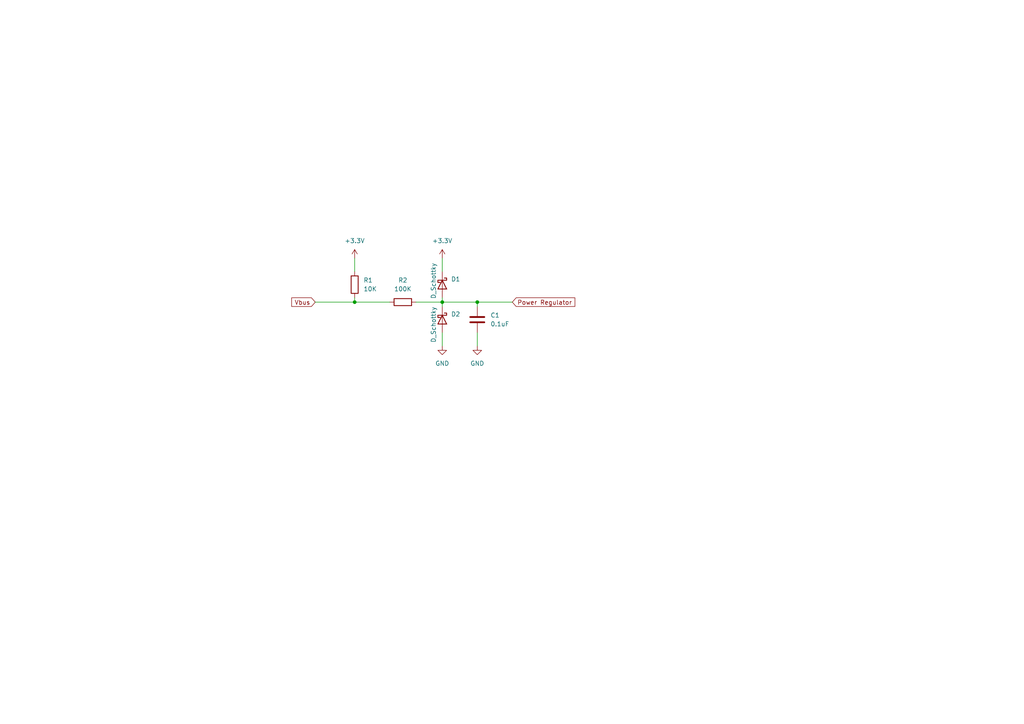
<source format=kicad_sch>
(kicad_sch (version 20211123) (generator eeschema)
  (paper "A4")
  (lib_symbols
    (symbol "Device:C" (pin_numbers hide) (pin_names (offset 0.254))
      (property "Reference" "C" (at 0.635 2.54 0))
      (property "Value" "C" (at 0.635 -2.54 0))
      (symbol "C_0_1"
        (polyline (pts (xy -2.032 -0.762) (xy 2.032 -0.762)) (stroke (width 0.508)))
        (polyline (pts (xy -2.032 0.762) (xy 2.032 0.762)) (stroke (width 0.508)))
      )
      (symbol "C_1_1"
        (pin passive line (at 0 3.81 270) (length 2.794) (name "~") (number "1"))
        (pin passive line (at 0 -3.81 90) (length 2.794) (name "~") (number "2"))
      )
    )
    (symbol "Device:D_Schottky" (pin_numbers hide) (pin_names (offset 1.016) hide)
      (property "Reference" "D" (at 0 2.54 0))
      (property "Value" "D_Schottky" (at 0 -2.54 0))
      (symbol "D_Schottky_0_1"
        (polyline (pts (xy 1.27 0) (xy -1.27 0)))
        (polyline (pts (xy 1.27 1.27) (xy 1.27 -1.27) (xy -1.27 0) (xy 1.27 1.27)) (stroke (width 0.254)))
        (polyline (pts (xy -1.905 0.635) (xy -1.905 1.27) (xy -1.27 1.27) (xy -1.27 -1.27) (xy -0.635 -1.27) (xy -0.635 -0.635)) (stroke (width 0.254)))
      )
      (symbol "D_Schottky_1_1"
        (pin passive line (at -3.81 0 0) (length 2.54) (name "K") (number "1"))
        (pin passive line (at 3.81 0 180) (length 2.54) (name "A") (number "2"))
      )
    )
    (symbol "Device:R" (pin_numbers hide) (pin_names (offset 0))
      (property "Reference" "R" (at 2.032 0 90))
      (property "Value" "R" (at 0 0 90))
      (symbol "R_0_1"
        (rectangle (start -1.016 -2.54) (end 1.016 2.54) (stroke (width 0.254)))
      )
      (symbol "R_1_1"
        (pin passive line (at 0 3.81 270) (length 1.27) (name "~") (number "1"))
        (pin passive line (at 0 -3.81 90) (length 1.27) (name "~") (number "2"))
      )
    )
    (symbol "power:+3.3V" (power) (pin_names (offset 0))
      (property "Value" "+3.3V" (at 0 3.556 0))
      (symbol "+3.3V_0_1"
        (polyline (pts (xy -0.762 1.27) (xy 0 2.54)))
        (polyline (pts (xy 0 0) (xy 0 2.54)))
        (polyline (pts (xy 0 2.54) (xy 0.762 1.27)))
      )
      (symbol "+3.3V_1_1"
        (pin power_in line (at 0 0 90) (length 0) hide (name "+3.3V") (number "1"))
      )
    )
    (symbol "power:GND" (power) (pin_names (offset 0))
      (property "Value" "GND" (at 0 -3.81 0))
      (symbol "GND_0_1"
        (polyline (pts (xy 0 0) (xy 0 -1.27) (xy 1.27 -1.27) (xy 0 -2.54) (xy -1.27 -1.27) (xy 0 -1.27)))
      )
      (symbol "GND_1_1"
        (pin power_in line (at 0 0 270) (length 0) hide (name "GND") (number "1"))
      )
    )
  )
  (junction (at 102.87 87.63))
  (junction (at 138.43 87.63))
  (junction (at 128.27 87.63))
  (wire (pts (xy 128.27 87.63) (xy 128.27 88.9)))
  (wire (pts (xy 128.27 86.36) (xy 128.27 87.63)))
  (wire (pts (xy 102.87 87.63) (xy 113.03 87.63)))
  (wire (pts (xy 102.87 74.93) (xy 102.87 78.74)))
  (wire (pts (xy 102.87 86.36) (xy 102.87 87.63)))
  (wire (pts (xy 138.43 87.63) (xy 138.43 88.9)))
  (wire (pts (xy 120.65 87.63) (xy 128.27 87.63)))
  (wire (pts (xy 128.27 96.52) (xy 128.27 100.33)))
  (wire (pts (xy 128.27 74.93) (xy 128.27 78.74)))
  (wire (pts (xy 138.43 87.63) (xy 148.59 87.63)))
  (wire (pts (xy 128.27 87.63) (xy 138.43 87.63)))
  (wire (pts (xy 91.44 87.63) (xy 102.87 87.63)))
  (wire (pts (xy 138.43 96.52) (xy 138.43 100.33)))
  (global_label "Vbus" (shape input) (at 91.44 87.63 180) (property "Intersheet References" "${INTERSHEET_REFS}" (effects hide)))
  (global_label "Power Regulator" (shape input) (at 148.59 87.63 0) (property "Intersheet References" "${INTERSHEET_REFS}" (effects hide)))
  (symbol (lib_id "power:GND") (at 128.27 100.33 0) (unit 1)
    (property "Reference" "#PWR0102" (effects hide))
    (property "Value" "GND" (at 128.27 105.41 0))
  )
  (symbol (lib_id "Device:D_Schottky") (at 128.27 92.71 270) (unit 1)
    (property "Reference" "D2" (at 130.81 91.1224 90) (effects (justify left)))
    (property "Value" "D_Schottky" (at 125.73 88.9 0) (effects (justify left)))
  )
  (symbol (lib_id "Device:R") (at 102.87 82.55 0) (unit 1)
    (property "Reference" "R1" (at 105.41 81.2799 0) (effects (justify left)))
    (property "Value" "10K" (at 105.41 83.8199 0) (effects (justify left)))
    (property "Footprint" "Resistor_SMD:R_0805_2012Metric" (effects hide))
  )
  (symbol (lib_id "power:+3.3V") (at 128.27 74.93 0) (unit 1)
    (property "Reference" "#PWR0103" (effects hide))
    (property "Value" "+3.3V" (at 128.27 69.85 0))
  )
  (symbol (lib_id "Device:C") (at 138.43 92.71 0) (unit 1)
    (property "Reference" "C1" (at 142.24 91.4399 0) (effects (justify left)))
    (property "Value" "0.1uF" (at 142.24 93.9799 0) (effects (justify left)))
    (property "Footprint" "Resistor_SMD:R_0805_2012Metric" (effects hide))
  )
  (symbol (lib_id "power:+3.3V") (at 102.87 74.93 0) (unit 1)
    (property "Reference" "#PWR0104" (effects hide))
    (property "Value" "+3.3V" (at 102.87 69.85 0))
  )
  (symbol (lib_id "Device:R") (at 116.84 87.63 270) (unit 1)
    (property "Reference" "R2" (at 116.84 81.28 90))
    (property "Value" "100K" (at 116.84 83.82 90))
    (property "Footprint" "Resistor_SMD:R_0805_2012Metric" (effects hide))
  )
  (symbol (lib_id "power:GND") (at 138.43 100.33 0) (unit 1)
    (property "Reference" "#PWR0101" (effects hide))
    (property "Value" "GND" (at 138.43 105.41 0))
  )
  (symbol (lib_id "Device:D_Schottky") (at 128.27 82.55 270) (unit 1)
    (property "Reference" "D1" (at 130.81 80.9624 90) (effects (justify left)))
    (property "Value" "D_Schottky" (at 125.73 76.2 0) (effects (justify left)))
  )
)
</source>
